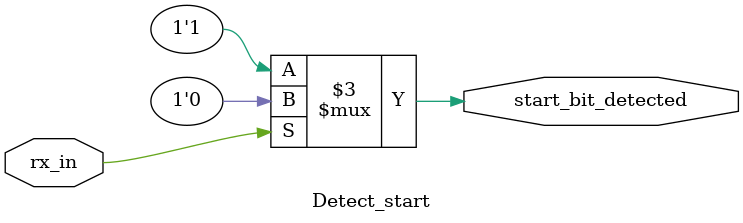
<source format=v>
`timescale 1ns / 1ps

//No TB yet
module Detect_start(rx_in,start_bit_detected );
input rx_in;
output reg start_bit_detected;

always @(*)
begin
    if(rx_in)
        start_bit_detected<=0;
    else
        start_bit_detected<=1;
end
endmodule

</source>
